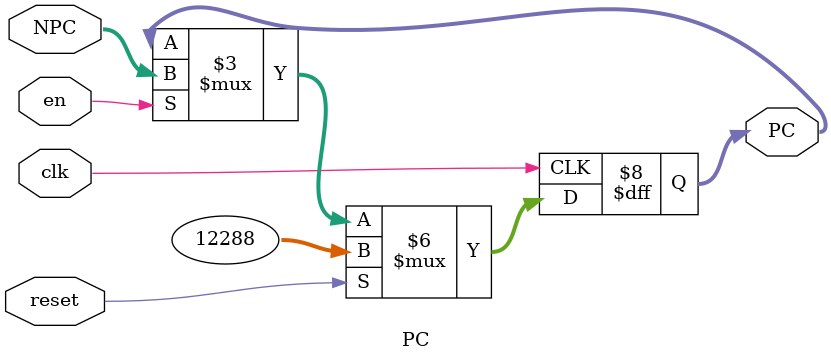
<source format=v>
`timescale 1ns / 1ps
`define PC_DEFAULT	32'h0000_3000

module PC(
    input clk,
    input reset,
	input en,
    input [31:0] NPC,
    output reg [31:0] PC
    );
	initial begin
		PC = `PC_DEFAULT;
	end
	
	always@(posedge clk) begin
		if(reset) begin
			PC <= `PC_DEFAULT;
		end
		else if (en) begin
			PC <= NPC;
		end
	end
endmodule

</source>
